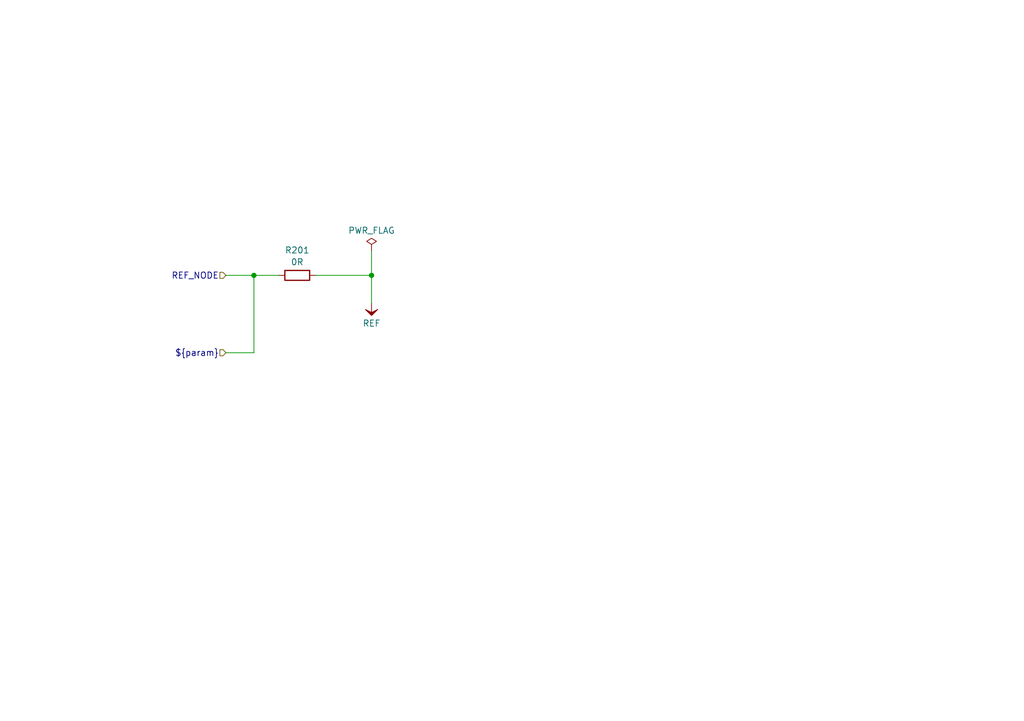
<source format=kicad_sch>
(kicad_sch (version 20230819) (generator eeschema)
  (paper "A5")
  (lib_symbols
    (symbol ".Project_Library:REF${#}" (power) (pin_names (offset 0))
      (property "Value" "REF${#}" (at 0 -3.81 0))
      (symbol "REF${#}_1_1"
        (polyline (pts (xy 0 0) (xy 0 -1.905) (xy 1.27 -1.27) (xy 0 -2.54) (xy -1.27 -1.27) (xy 0 -1.905)) (fill (type outline)))
        (pin power_in line (at 0 0 270) (length 0) hide (name "REF${#}") (number "1"))
      )
    )
    (symbol "Device:R" (pin_numbers hide) (pin_names (offset 0))
      (property "Reference" "R" (at 2.032 0 90))
      (property "Value" "R" (at 0 0 90))
      (symbol "R_0_1"
        (rectangle (start -1.016 -2.54) (end 1.016 2.54) (stroke (width 0.254)))
      )
      (symbol "R_1_1"
        (pin passive line (at 0 3.81 270) (length 1.27) (name "~") (number "1"))
        (pin passive line (at 0 -3.81 90) (length 1.27) (name "~") (number "2"))
      )
    )
    (symbol "PCM_4ms_Power-symbol:PWR_FLAG" (power) (pin_numbers hide) (pin_names (offset 0) hide)
      (property "Value" "PWR_FLAG" (at 0 3.81 0))
      (symbol "PWR_FLAG_0_0"
        (pin power_out line (at 0 0 90) (length 0) (name "pwr") (number "1"))
      )
      (symbol "PWR_FLAG_0_1"
        (polyline (pts (xy 0 0) (xy 0 1.27) (xy -1.016 1.905) (xy 0 2.54) (xy 1.016 1.905) (xy 0 1.27)))
      )
    )
  )
  (junction (at 52.07 56.515))
  (junction (at 76.2 56.515))
  (wire (pts (xy 52.07 56.515) (xy 57.15 56.515)))
  (wire (pts (xy 52.07 72.39) (xy 46.355 72.39)))
  (wire (pts (xy 46.355 56.515) (xy 52.07 56.515)))
  (wire (pts (xy 64.77 56.515) (xy 76.2 56.515)))
  (wire (pts (xy 76.2 56.515) (xy 76.2 62.23)))
  (wire (pts (xy 52.07 56.515) (xy 52.07 72.39)))
  (wire (pts (xy 76.2 51.435) (xy 76.2 56.515)))
  (hierarchical_label "${param}" (shape input) (at 46.355 72.39 180))
  (hierarchical_label "REF_NODE" (shape input) (at 46.355 56.515 180))
  (symbol (lib_id "PCM_4ms_Power-symbol:PWR_FLAG") (at 76.2 51.435 0) (unit 1)
    (property "Reference" "#FLG0201" (effects hide))
    (property "Value" "PWR_FLAG" (at 76.2 47.3019 0))
    (instances (project "ERC_dynamic_power_symbol_test" (path "" (reference "#FLG0201") (unit 1)) (path "" (reference "#FLG0301") (unit 1)) (path "" (reference "#FLG0401") (unit 1))))
  )
  (symbol (lib_id ".Project_Library:REF${#}") (at 76.2 62.23 0) (unit 1)
    (property "Reference" "#PWR0201" (effects hide))
    (property "Value" "REF${#}" (at 76.2 66.3631 0))
    (property "Description" "Power symbol creates a local label (not global) with name \"REF${#}\", where the text variable \"#\" is the current sheet number " (effects hide))
    (instances (project "ERC_dynamic_power_symbol_test" (path "" (reference "#PWR0201") (unit 1)) (path "" (reference "#PWR0301") (unit 1)) (path "" (reference "#PWR0401") (unit 1))))
  )
  (symbol (lib_id "Device:R") (at 60.96 56.515 90) (unit 1)
    (property "Reference" "R201" (at 60.96 51.3545 90))
    (property "Value" "0R" (at 60.96 53.7788 90))
    (property "Description" "Resistor" (effects hide))
    (instances (project "ERC_dynamic_power_symbol_test" (path "" (reference "R201") (unit 1)) (path "" (reference "R301") (unit 1)) (path "" (reference "R401") (unit 1))))
  )
)
</source>
